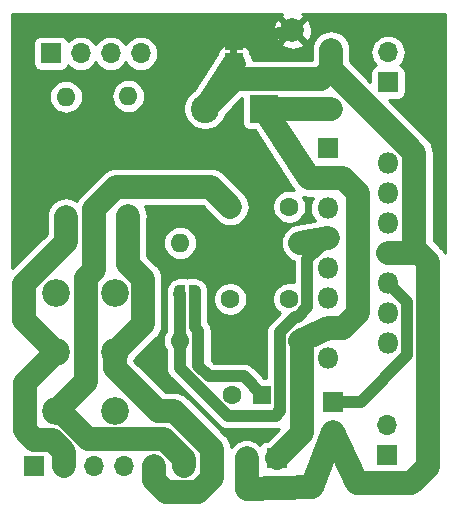
<source format=gbr>
G04 #@! TF.GenerationSoftware,KiCad,Pcbnew,5.1.4+dfsg1-1~bpo10+1*
G04 #@! TF.CreationDate,2020-12-25T00:52:37+00:00*
G04 #@! TF.ProjectId,Multi Watt Amplifier,4d756c74-6920-4576-9174-7420416d706c,rev?*
G04 #@! TF.SameCoordinates,Original*
G04 #@! TF.FileFunction,Copper,L1,Top*
G04 #@! TF.FilePolarity,Positive*
%FSLAX46Y46*%
G04 Gerber Fmt 4.6, Leading zero omitted, Abs format (unit mm)*
G04 Created by KiCad (PCBNEW 5.1.4+dfsg1-1~bpo10+1) date 2020-12-25 00:52:37*
%MOMM*%
%LPD*%
G04 APERTURE LIST*
%ADD10C,0.100000*%
%ADD11C,0.500000*%
%ADD12R,2.400000X2.400000*%
%ADD13C,2.400000*%
%ADD14C,1.600000*%
%ADD15R,1.600000X1.600000*%
%ADD16R,1.700000X1.700000*%
%ADD17O,1.700000X1.700000*%
%ADD18O,1.600000X1.600000*%
%ADD19C,2.340000*%
%ADD20R,1.800000X1.800000*%
%ADD21O,1.800000X1.800000*%
%ADD22C,2.000000*%
%ADD23C,2.000000*%
%ADD24C,1.000000*%
%ADD25C,0.254000*%
G04 APERTURE END LIST*
D10*
G36*
X161880000Y-83750000D02*
G01*
X161880000Y-83250000D01*
X161280000Y-83250000D01*
X161280000Y-83750000D01*
X161880000Y-83750000D01*
G37*
D11*
X158280000Y-104020000D03*
D10*
G36*
X157780000Y-103270000D02*
G01*
X158280000Y-103270000D01*
X158280000Y-103270602D01*
X158304534Y-103270602D01*
X158353365Y-103275412D01*
X158401490Y-103284984D01*
X158448445Y-103299228D01*
X158493778Y-103318005D01*
X158537051Y-103341136D01*
X158577850Y-103368396D01*
X158615779Y-103399524D01*
X158650476Y-103434221D01*
X158681604Y-103472150D01*
X158708864Y-103512949D01*
X158731995Y-103556222D01*
X158750772Y-103601555D01*
X158765016Y-103648510D01*
X158774588Y-103696635D01*
X158779398Y-103745466D01*
X158779398Y-103770000D01*
X158780000Y-103770000D01*
X158780000Y-104270000D01*
X158779398Y-104270000D01*
X158779398Y-104294534D01*
X158774588Y-104343365D01*
X158765016Y-104391490D01*
X158750772Y-104438445D01*
X158731995Y-104483778D01*
X158708864Y-104527051D01*
X158681604Y-104567850D01*
X158650476Y-104605779D01*
X158615779Y-104640476D01*
X158577850Y-104671604D01*
X158537051Y-104698864D01*
X158493778Y-104721995D01*
X158448445Y-104740772D01*
X158401490Y-104755016D01*
X158353365Y-104764588D01*
X158304534Y-104769398D01*
X158280000Y-104769398D01*
X158280000Y-104770000D01*
X157780000Y-104770000D01*
X157780000Y-103270000D01*
X157780000Y-103270000D01*
G37*
D11*
X156980000Y-104020000D03*
D10*
G36*
X156980000Y-104769398D02*
G01*
X156955466Y-104769398D01*
X156906635Y-104764588D01*
X156858510Y-104755016D01*
X156811555Y-104740772D01*
X156766222Y-104721995D01*
X156722949Y-104698864D01*
X156682150Y-104671604D01*
X156644221Y-104640476D01*
X156609524Y-104605779D01*
X156578396Y-104567850D01*
X156551136Y-104527051D01*
X156528005Y-104483778D01*
X156509228Y-104438445D01*
X156494984Y-104391490D01*
X156485412Y-104343365D01*
X156480602Y-104294534D01*
X156480602Y-104270000D01*
X156480000Y-104270000D01*
X156480000Y-103770000D01*
X156480602Y-103770000D01*
X156480602Y-103745466D01*
X156485412Y-103696635D01*
X156494984Y-103648510D01*
X156509228Y-103601555D01*
X156528005Y-103556222D01*
X156551136Y-103512949D01*
X156578396Y-103472150D01*
X156609524Y-103434221D01*
X156644221Y-103399524D01*
X156682150Y-103368396D01*
X156722949Y-103341136D01*
X156766222Y-103318005D01*
X156811555Y-103299228D01*
X156858510Y-103284984D01*
X156906635Y-103275412D01*
X156955466Y-103270602D01*
X156980000Y-103270602D01*
X156980000Y-103270000D01*
X157480000Y-103270000D01*
X157480000Y-104770000D01*
X156980000Y-104770000D01*
X156980000Y-104769398D01*
X156980000Y-104769398D01*
G37*
D12*
X164130000Y-88340000D03*
D13*
X159130000Y-88340000D03*
D14*
X166280000Y-96650000D03*
X161280000Y-96650000D03*
X161280000Y-104460000D03*
X166280000Y-104460000D03*
X169810000Y-83350000D03*
X169810000Y-88350000D03*
D15*
X163970000Y-112570000D03*
D14*
X161470000Y-112570000D03*
D16*
X146090000Y-83660000D03*
D17*
X148630000Y-83660000D03*
X151170000Y-83660000D03*
X153710000Y-83660000D03*
X162660000Y-117970000D03*
D16*
X165200000Y-117970000D03*
X144690000Y-118590000D03*
D17*
X147230000Y-118590000D03*
X149770000Y-118590000D03*
X152310000Y-118590000D03*
X154850000Y-118590000D03*
X157390000Y-118590000D03*
D16*
X170020000Y-113180000D03*
D17*
X170020000Y-115720000D03*
X174640000Y-83580000D03*
D16*
X174640000Y-86120000D03*
X174590000Y-117710000D03*
D17*
X174590000Y-115170000D03*
D18*
X152650000Y-87290000D03*
D14*
X152650000Y-97450000D03*
X147360000Y-97500000D03*
D18*
X147360000Y-87340000D03*
X157000000Y-107990000D03*
D14*
X167160000Y-107990000D03*
X167200000Y-99720000D03*
D18*
X157040000Y-99720000D03*
D19*
X146510000Y-113950000D03*
X146510000Y-108950000D03*
X146510000Y-103950000D03*
X151510000Y-113950000D03*
X151510000Y-108950000D03*
X151510000Y-103950000D03*
D20*
X169570000Y-91710000D03*
D21*
X174650000Y-92980000D03*
X169570000Y-94250000D03*
X174650000Y-95520000D03*
X169570000Y-96790000D03*
X174650000Y-98060000D03*
X169570000Y-99330000D03*
X174650000Y-100600000D03*
X169570000Y-101870000D03*
X174650000Y-103140000D03*
X169570000Y-104410000D03*
X174650000Y-105680000D03*
X169570000Y-106950000D03*
X174650000Y-108220000D03*
X169570000Y-109490000D03*
D11*
X161580000Y-82850000D03*
D10*
G36*
X160830000Y-83350000D02*
G01*
X160830000Y-82850000D01*
X160830602Y-82850000D01*
X160830602Y-82825466D01*
X160835412Y-82776635D01*
X160844984Y-82728510D01*
X160859228Y-82681555D01*
X160878005Y-82636222D01*
X160901136Y-82592949D01*
X160928396Y-82552150D01*
X160959524Y-82514221D01*
X160994221Y-82479524D01*
X161032150Y-82448396D01*
X161072949Y-82421136D01*
X161116222Y-82398005D01*
X161161555Y-82379228D01*
X161208510Y-82364984D01*
X161256635Y-82355412D01*
X161305466Y-82350602D01*
X161330000Y-82350602D01*
X161330000Y-82350000D01*
X161830000Y-82350000D01*
X161830000Y-82350602D01*
X161854534Y-82350602D01*
X161903365Y-82355412D01*
X161951490Y-82364984D01*
X161998445Y-82379228D01*
X162043778Y-82398005D01*
X162087051Y-82421136D01*
X162127850Y-82448396D01*
X162165779Y-82479524D01*
X162200476Y-82514221D01*
X162231604Y-82552150D01*
X162258864Y-82592949D01*
X162281995Y-82636222D01*
X162300772Y-82681555D01*
X162315016Y-82728510D01*
X162324588Y-82776635D01*
X162329398Y-82825466D01*
X162329398Y-82850000D01*
X162330000Y-82850000D01*
X162330000Y-83350000D01*
X160830000Y-83350000D01*
X160830000Y-83350000D01*
G37*
D11*
X161580000Y-84150000D03*
D10*
G36*
X162329398Y-84150000D02*
G01*
X162329398Y-84174534D01*
X162324588Y-84223365D01*
X162315016Y-84271490D01*
X162300772Y-84318445D01*
X162281995Y-84363778D01*
X162258864Y-84407051D01*
X162231604Y-84447850D01*
X162200476Y-84485779D01*
X162165779Y-84520476D01*
X162127850Y-84551604D01*
X162087051Y-84578864D01*
X162043778Y-84601995D01*
X161998445Y-84620772D01*
X161951490Y-84635016D01*
X161903365Y-84644588D01*
X161854534Y-84649398D01*
X161830000Y-84649398D01*
X161830000Y-84650000D01*
X161330000Y-84650000D01*
X161330000Y-84649398D01*
X161305466Y-84649398D01*
X161256635Y-84644588D01*
X161208510Y-84635016D01*
X161161555Y-84620772D01*
X161116222Y-84601995D01*
X161072949Y-84578864D01*
X161032150Y-84551604D01*
X160994221Y-84520476D01*
X160959524Y-84485779D01*
X160928396Y-84447850D01*
X160901136Y-84407051D01*
X160878005Y-84363778D01*
X160859228Y-84318445D01*
X160844984Y-84271490D01*
X160835412Y-84223365D01*
X160830602Y-84174534D01*
X160830602Y-84150000D01*
X160830000Y-84150000D01*
X160830000Y-83650000D01*
X162330000Y-83650000D01*
X162330000Y-84150000D01*
X162329398Y-84150000D01*
X162329398Y-84150000D01*
G37*
D22*
X166540000Y-81710000D03*
D23*
X170842792Y-94250000D02*
X169570000Y-94250000D01*
X172110000Y-95517208D02*
X170842792Y-94250000D01*
X172110000Y-105682792D02*
X172110000Y-95517208D01*
X169570000Y-106950000D02*
X170842792Y-106950000D01*
X170842792Y-106950000D02*
X172110000Y-105682792D01*
X164140000Y-88350000D02*
X164130000Y-88340000D01*
X169810000Y-88350000D02*
X164140000Y-88350000D01*
X167930000Y-94250000D02*
X164130000Y-88340000D01*
X169570000Y-94250000D02*
X167930000Y-94250000D01*
X167160000Y-107990000D02*
X169570000Y-106950000D01*
X167370000Y-108200000D02*
X167160000Y-107990000D01*
X165200000Y-117970000D02*
X167370000Y-115800000D01*
X167370000Y-115800000D02*
X167370000Y-108200000D01*
X174650000Y-100600000D02*
X175922792Y-100600000D01*
X177280000Y-100600000D02*
X175922792Y-100600000D01*
X160329999Y-87140001D02*
X159130000Y-88340000D01*
X169810000Y-85031998D02*
X169810000Y-83350000D01*
X159130000Y-88340000D02*
X161580000Y-84550010D01*
X162660000Y-117970000D02*
X162660000Y-120540000D01*
X168200000Y-120380000D02*
X170020000Y-115720000D01*
X162660000Y-120540000D02*
X168200000Y-120380000D01*
X161630000Y-85840000D02*
X159130000Y-88340000D01*
X169810000Y-85031998D02*
X169001998Y-85840000D01*
X169001998Y-85840000D02*
X161630000Y-85840000D01*
X172010000Y-120080000D02*
X170020000Y-115720000D01*
X176620000Y-120080000D02*
X172010000Y-120080000D01*
X178030000Y-118670000D02*
X176620000Y-120080000D01*
X177280000Y-100600000D02*
X178030000Y-101350000D01*
X178030000Y-101350000D02*
X178030000Y-118670000D01*
X176870000Y-92091998D02*
X169810000Y-85031998D01*
X177280000Y-100600000D02*
X176870000Y-100190000D01*
X176870000Y-100190000D02*
X176870000Y-92091998D01*
X149060000Y-111500000D02*
X146510000Y-113950000D01*
X161280000Y-96650000D02*
X159610000Y-94980000D01*
X159610000Y-94980000D02*
X151640000Y-94980000D01*
X151640000Y-94980000D02*
X149770000Y-96850000D01*
X149770000Y-96850000D02*
X149770000Y-102010000D01*
X149770000Y-102010000D02*
X149060000Y-102720000D01*
X149060000Y-102720000D02*
X149060000Y-111500000D01*
X146903364Y-113950000D02*
X146510000Y-113950000D01*
X149273365Y-116320001D02*
X146903364Y-113950000D01*
X155691284Y-116320001D02*
X149273365Y-116320001D01*
X157390000Y-118018717D02*
X155691284Y-116320001D01*
X157390000Y-118590000D02*
X157390000Y-118018717D01*
D24*
X159460000Y-111020000D02*
X162420000Y-111020000D01*
X158560000Y-110120000D02*
X159460000Y-111020000D01*
X158560000Y-107160000D02*
X158560000Y-110120000D01*
X162420000Y-111020000D02*
X163970000Y-112570000D01*
X158280000Y-104020000D02*
X158280000Y-106880000D01*
X158280000Y-106880000D02*
X158560000Y-107160000D01*
D23*
X144690000Y-116390000D02*
X146232081Y-116390000D01*
X146232081Y-116390000D02*
X147230000Y-117387919D01*
X143870000Y-115570000D02*
X144690000Y-116390000D01*
X147230000Y-117387919D02*
X147230000Y-118590000D01*
X146510000Y-108950000D02*
X143870000Y-111590000D01*
X143870000Y-111590000D02*
X143870000Y-115570000D01*
X143830000Y-106270000D02*
X145340001Y-107780001D01*
X143830000Y-103160000D02*
X143830000Y-106270000D01*
X145340001Y-107780001D02*
X146510000Y-108950000D01*
X147360000Y-97500000D02*
X147360000Y-99630000D01*
X147360000Y-99630000D02*
X143830000Y-103160000D01*
X153880001Y-106579999D02*
X152679999Y-107780001D01*
X153880001Y-102780001D02*
X153880001Y-106579999D01*
X152679999Y-107780001D02*
X151510000Y-108950000D01*
X152650000Y-97450000D02*
X152620000Y-97480000D01*
X152620000Y-101520000D02*
X153880001Y-102780001D01*
X152620000Y-97480000D02*
X152620000Y-101520000D01*
X154850000Y-119792081D02*
X154850000Y-118590000D01*
X155857919Y-120800000D02*
X154850000Y-119792081D01*
X158570000Y-120800000D02*
X155857919Y-120800000D01*
X151510000Y-110340000D02*
X155160000Y-113990000D01*
X159730000Y-119640000D02*
X158570000Y-120800000D01*
X151510000Y-108950000D02*
X151510000Y-110340000D01*
X155160000Y-113990000D02*
X156550000Y-113990000D01*
X156550000Y-113990000D02*
X159730000Y-117170000D01*
X159730000Y-117170000D02*
X159730000Y-119640000D01*
D24*
X176270000Y-104760000D02*
X174650000Y-103140000D01*
X176270000Y-109220000D02*
X176270000Y-104760000D01*
X170020000Y-113180000D02*
X172310000Y-113180000D01*
X172310000Y-113180000D02*
X176270000Y-109220000D01*
D23*
X167200000Y-99720000D02*
X169570000Y-99330000D01*
D24*
X157000000Y-104040000D02*
X156980000Y-104020000D01*
X157000000Y-107990000D02*
X157000000Y-104040000D01*
X167780001Y-101119999D02*
X168670001Y-100229999D01*
X167780001Y-105180001D02*
X167780001Y-101119999D01*
X166785823Y-105960001D02*
X167000001Y-105960001D01*
X165459991Y-107285833D02*
X166785823Y-105960001D01*
X165459991Y-108694167D02*
X165459991Y-107285833D01*
X167000001Y-105960001D02*
X167780001Y-105180001D01*
X165470001Y-108704177D02*
X165459991Y-108694167D01*
X168670001Y-100229999D02*
X169570000Y-99330000D01*
X165470001Y-113930001D02*
X165470001Y-108704177D01*
X157000000Y-110320002D02*
X161049998Y-114370000D01*
X157000000Y-107990000D02*
X157000000Y-110320002D01*
X161049998Y-114370000D02*
X165120000Y-114370000D01*
X165120000Y-114370000D02*
X165330001Y-114159999D01*
X165330001Y-114070001D02*
X165470001Y-113930001D01*
X165330001Y-114159999D02*
X165330001Y-114070001D01*
X161580000Y-82850000D02*
X166540000Y-81710000D01*
D25*
G36*
X165679956Y-80310186D02*
G01*
X165584192Y-80574587D01*
X166540000Y-81530395D01*
X167495808Y-80574587D01*
X167400044Y-80310186D01*
X167389384Y-80305000D01*
X179465000Y-80305000D01*
X179465000Y-100566281D01*
X179396031Y-100437248D01*
X179191714Y-100188286D01*
X179129314Y-100137076D01*
X178505000Y-99512762D01*
X178505000Y-92172320D01*
X178512911Y-92091998D01*
X178481343Y-91771481D01*
X178387852Y-91463283D01*
X178236031Y-91179246D01*
X178031714Y-90930284D01*
X177969319Y-90879078D01*
X174698313Y-87608072D01*
X175490000Y-87608072D01*
X175614482Y-87595812D01*
X175734180Y-87559502D01*
X175844494Y-87500537D01*
X175941185Y-87421185D01*
X176020537Y-87324494D01*
X176079502Y-87214180D01*
X176115812Y-87094482D01*
X176128072Y-86970000D01*
X176128072Y-85270000D01*
X176115812Y-85145518D01*
X176079502Y-85025820D01*
X176020537Y-84915506D01*
X175941185Y-84818815D01*
X175844494Y-84739463D01*
X175734180Y-84680498D01*
X175665313Y-84659607D01*
X175695134Y-84635134D01*
X175880706Y-84409014D01*
X176018599Y-84151034D01*
X176103513Y-83871111D01*
X176132185Y-83580000D01*
X176103513Y-83288889D01*
X176018599Y-83008966D01*
X175880706Y-82750986D01*
X175695134Y-82524866D01*
X175469014Y-82339294D01*
X175211034Y-82201401D01*
X174931111Y-82116487D01*
X174712950Y-82095000D01*
X174567050Y-82095000D01*
X174348889Y-82116487D01*
X174068966Y-82201401D01*
X173810986Y-82339294D01*
X173584866Y-82524866D01*
X173399294Y-82750986D01*
X173261401Y-83008966D01*
X173176487Y-83288889D01*
X173147815Y-83580000D01*
X173176487Y-83871111D01*
X173261401Y-84151034D01*
X173399294Y-84409014D01*
X173584866Y-84635134D01*
X173614687Y-84659607D01*
X173545820Y-84680498D01*
X173435506Y-84739463D01*
X173338815Y-84818815D01*
X173259463Y-84915506D01*
X173200498Y-85025820D01*
X173164188Y-85145518D01*
X173151928Y-85270000D01*
X173151928Y-86061688D01*
X171445000Y-84354760D01*
X171445000Y-83269678D01*
X171421343Y-83029484D01*
X171327852Y-82721285D01*
X171176031Y-82437248D01*
X170971714Y-82188286D01*
X170722752Y-81983969D01*
X170438715Y-81832148D01*
X170130516Y-81738657D01*
X169810000Y-81707089D01*
X169489485Y-81738657D01*
X169181286Y-81832148D01*
X168897249Y-81983969D01*
X168648287Y-82188286D01*
X168443970Y-82437248D01*
X168292149Y-82721285D01*
X168198658Y-83029484D01*
X168175000Y-83269678D01*
X168175000Y-84205000D01*
X163186269Y-84205000D01*
X163088133Y-83898327D01*
X162968072Y-83681684D01*
X162968072Y-83650000D01*
X162955812Y-83525518D01*
X162919502Y-83405820D01*
X162860537Y-83295506D01*
X162781185Y-83198815D01*
X162684494Y-83119463D01*
X162574180Y-83060498D01*
X162474060Y-83030127D01*
X162468762Y-83012125D01*
X162467731Y-83010153D01*
X162467087Y-83008020D01*
X162439012Y-82955219D01*
X162411345Y-82902297D01*
X162409951Y-82900563D01*
X162408905Y-82898596D01*
X162371117Y-82852263D01*
X162365610Y-82845413D01*
X165584192Y-82845413D01*
X165679956Y-83109814D01*
X165969571Y-83250704D01*
X166281108Y-83332384D01*
X166602595Y-83351718D01*
X166921675Y-83307961D01*
X167226088Y-83202795D01*
X167400044Y-83109814D01*
X167495808Y-82845413D01*
X166540000Y-81889605D01*
X165584192Y-82845413D01*
X162365610Y-82845413D01*
X162333690Y-82805714D01*
X162331985Y-82804283D01*
X162330577Y-82802557D01*
X162284527Y-82764461D01*
X162238754Y-82726053D01*
X162236802Y-82724980D01*
X162235087Y-82723561D01*
X162182539Y-82695149D01*
X162130153Y-82666349D01*
X162128029Y-82665675D01*
X162126072Y-82664617D01*
X162069050Y-82646966D01*
X162012024Y-82628876D01*
X162009808Y-82628627D01*
X162007684Y-82627970D01*
X161948257Y-82621724D01*
X161888866Y-82615062D01*
X161884596Y-82615032D01*
X161884433Y-82615015D01*
X161884270Y-82615030D01*
X161880000Y-82615000D01*
X161280000Y-82615000D01*
X161220495Y-82620834D01*
X161161013Y-82626248D01*
X161158882Y-82626875D01*
X161156661Y-82627093D01*
X161099379Y-82644388D01*
X161042125Y-82661238D01*
X161040153Y-82662269D01*
X161038020Y-82662913D01*
X160985219Y-82690988D01*
X160932297Y-82718655D01*
X160930563Y-82720049D01*
X160928596Y-82721095D01*
X160882263Y-82758883D01*
X160835714Y-82796310D01*
X160834283Y-82798015D01*
X160832557Y-82799423D01*
X160794461Y-82845473D01*
X160756053Y-82891246D01*
X160754980Y-82893198D01*
X160753561Y-82894913D01*
X160725149Y-82947461D01*
X160696349Y-82999847D01*
X160695675Y-83001971D01*
X160694617Y-83003928D01*
X160686566Y-83029937D01*
X160585820Y-83060498D01*
X160475506Y-83119463D01*
X160378815Y-83198815D01*
X160299463Y-83295506D01*
X160240498Y-83405820D01*
X160204188Y-83525518D01*
X160191928Y-83650000D01*
X160191928Y-83685579D01*
X158214215Y-86744972D01*
X157960256Y-86914662D01*
X157704662Y-87170256D01*
X157503844Y-87470801D01*
X157365518Y-87804750D01*
X157295000Y-88159268D01*
X157295000Y-88520732D01*
X157365518Y-88875250D01*
X157503844Y-89209199D01*
X157704662Y-89509744D01*
X157960256Y-89765338D01*
X158260801Y-89966156D01*
X158594750Y-90104482D01*
X158949268Y-90175000D01*
X159310732Y-90175000D01*
X159665250Y-90104482D01*
X159999199Y-89966156D01*
X160299744Y-89765338D01*
X160555338Y-89509744D01*
X160756156Y-89209199D01*
X160885639Y-88896600D01*
X161542914Y-88239325D01*
X161542916Y-88239322D01*
X162291928Y-87490311D01*
X162291928Y-89540000D01*
X162304188Y-89664482D01*
X162340498Y-89784180D01*
X162399463Y-89894494D01*
X162478815Y-89991185D01*
X162575506Y-90070537D01*
X162685820Y-90129502D01*
X162805518Y-90165812D01*
X162930000Y-90178072D01*
X163368032Y-90178072D01*
X166519115Y-95078836D01*
X166563969Y-95162752D01*
X166643040Y-95259100D01*
X166421335Y-95215000D01*
X166138665Y-95215000D01*
X165861426Y-95270147D01*
X165600273Y-95378320D01*
X165365241Y-95535363D01*
X165165363Y-95735241D01*
X165008320Y-95970273D01*
X164900147Y-96231426D01*
X164845000Y-96508665D01*
X164845000Y-96791335D01*
X164900147Y-97068574D01*
X165008320Y-97329727D01*
X165165363Y-97564759D01*
X165365241Y-97764637D01*
X165600273Y-97921680D01*
X165861426Y-98029853D01*
X166138665Y-98085000D01*
X166421335Y-98085000D01*
X166698574Y-98029853D01*
X166959727Y-97921680D01*
X167194759Y-97764637D01*
X167394637Y-97564759D01*
X167551680Y-97329727D01*
X167659853Y-97068574D01*
X167715000Y-96791335D01*
X167715000Y-96508665D01*
X167659853Y-96231426D01*
X167551680Y-95970273D01*
X167445766Y-95811761D01*
X167581134Y-95855444D01*
X167595575Y-95857124D01*
X167609484Y-95861343D01*
X167755388Y-95875713D01*
X167901044Y-95892656D01*
X167995886Y-95885000D01*
X168326971Y-95885000D01*
X168287519Y-95933073D01*
X168144983Y-96199739D01*
X168057210Y-96489087D01*
X168027573Y-96790000D01*
X168057210Y-97090913D01*
X168144983Y-97380261D01*
X168287519Y-97646927D01*
X168458968Y-97855839D01*
X166855264Y-98119740D01*
X166622099Y-98182084D01*
X166333170Y-98324378D01*
X166077554Y-98520304D01*
X165865072Y-98762334D01*
X165703891Y-99041168D01*
X165600205Y-99346087D01*
X165557998Y-99665377D01*
X165578892Y-99986764D01*
X165662084Y-100297901D01*
X165804378Y-100586830D01*
X166000304Y-100842446D01*
X166242334Y-101054928D01*
X166521168Y-101216109D01*
X166645002Y-101258218D01*
X166645002Y-103069491D01*
X166421335Y-103025000D01*
X166138665Y-103025000D01*
X165861426Y-103080147D01*
X165600273Y-103188320D01*
X165365241Y-103345363D01*
X165165363Y-103545241D01*
X165008320Y-103780273D01*
X164900147Y-104041426D01*
X164845000Y-104318665D01*
X164845000Y-104601335D01*
X164900147Y-104878574D01*
X165008320Y-105139727D01*
X165165363Y-105374759D01*
X165365241Y-105574637D01*
X165485620Y-105655072D01*
X164696851Y-106443842D01*
X164653543Y-106479384D01*
X164511708Y-106652210D01*
X164406315Y-106849386D01*
X164341414Y-107063334D01*
X164326539Y-107214365D01*
X164319500Y-107285833D01*
X164324991Y-107341584D01*
X164324991Y-108638416D01*
X164319500Y-108694167D01*
X164324991Y-108749918D01*
X164335002Y-108851562D01*
X164335002Y-111131928D01*
X164137060Y-111131928D01*
X163261996Y-110256865D01*
X163226449Y-110213551D01*
X163053623Y-110071716D01*
X162856447Y-109966324D01*
X162642499Y-109901423D01*
X162475752Y-109885000D01*
X162475751Y-109885000D01*
X162420000Y-109879509D01*
X162364249Y-109885000D01*
X159930132Y-109885000D01*
X159695000Y-109649869D01*
X159695000Y-107215752D01*
X159700491Y-107160000D01*
X159678577Y-106937501D01*
X159650367Y-106844506D01*
X159613676Y-106723553D01*
X159508284Y-106526377D01*
X159415000Y-106412710D01*
X159415000Y-104325751D01*
X159415664Y-104319009D01*
X159415664Y-104318665D01*
X159845000Y-104318665D01*
X159845000Y-104601335D01*
X159900147Y-104878574D01*
X160008320Y-105139727D01*
X160165363Y-105374759D01*
X160365241Y-105574637D01*
X160600273Y-105731680D01*
X160861426Y-105839853D01*
X161138665Y-105895000D01*
X161421335Y-105895000D01*
X161698574Y-105839853D01*
X161959727Y-105731680D01*
X162194759Y-105574637D01*
X162394637Y-105374759D01*
X162551680Y-105139727D01*
X162659853Y-104878574D01*
X162715000Y-104601335D01*
X162715000Y-104318665D01*
X162659853Y-104041426D01*
X162551680Y-103780273D01*
X162394637Y-103545241D01*
X162194759Y-103345363D01*
X161959727Y-103188320D01*
X161698574Y-103080147D01*
X161421335Y-103025000D01*
X161138665Y-103025000D01*
X160861426Y-103080147D01*
X160600273Y-103188320D01*
X160365241Y-103345363D01*
X160165363Y-103545241D01*
X160008320Y-103780273D01*
X159900147Y-104041426D01*
X159845000Y-104318665D01*
X159415664Y-104318665D01*
X159415664Y-104294450D01*
X159418072Y-104270000D01*
X159418072Y-103770000D01*
X159415664Y-103745550D01*
X159415664Y-103720991D01*
X159403404Y-103596510D01*
X159384282Y-103500377D01*
X159347973Y-103380681D01*
X159310464Y-103290125D01*
X159251498Y-103179808D01*
X159197042Y-103098309D01*
X159117690Y-103001618D01*
X159048382Y-102932310D01*
X158951691Y-102852958D01*
X158870192Y-102798502D01*
X158759875Y-102739536D01*
X158669319Y-102702027D01*
X158549623Y-102665718D01*
X158453490Y-102646596D01*
X158329009Y-102634336D01*
X158304450Y-102634336D01*
X158280000Y-102631928D01*
X157780000Y-102631928D01*
X157655518Y-102644188D01*
X157630000Y-102651929D01*
X157604482Y-102644188D01*
X157480000Y-102631928D01*
X156980000Y-102631928D01*
X156955550Y-102634336D01*
X156930991Y-102634336D01*
X156806510Y-102646596D01*
X156710377Y-102665718D01*
X156590681Y-102702027D01*
X156500125Y-102739536D01*
X156389808Y-102798502D01*
X156308309Y-102852958D01*
X156211618Y-102932310D01*
X156142310Y-103001618D01*
X156062958Y-103098309D01*
X156008502Y-103179808D01*
X155949536Y-103290125D01*
X155912027Y-103380681D01*
X155875718Y-103500377D01*
X155856596Y-103596510D01*
X155844336Y-103720991D01*
X155844336Y-103745550D01*
X155841928Y-103770000D01*
X155841928Y-103995439D01*
X155839509Y-104020000D01*
X155841928Y-104044561D01*
X155841928Y-104270000D01*
X155844336Y-104294450D01*
X155844336Y-104319009D01*
X155856596Y-104443490D01*
X155865001Y-104485744D01*
X155865000Y-107110997D01*
X155801068Y-107188899D01*
X155667818Y-107438192D01*
X155585764Y-107708691D01*
X155558057Y-107990000D01*
X155585764Y-108271309D01*
X155667818Y-108541808D01*
X155801068Y-108791101D01*
X155865000Y-108869003D01*
X155865001Y-110264241D01*
X155859509Y-110320002D01*
X155881423Y-110542500D01*
X155946324Y-110756448D01*
X155968268Y-110797502D01*
X156051717Y-110953625D01*
X156193552Y-111126451D01*
X156236860Y-111161993D01*
X160208007Y-115133141D01*
X160243549Y-115176449D01*
X160416375Y-115318284D01*
X160582816Y-115407248D01*
X160613551Y-115423676D01*
X160827499Y-115488577D01*
X161049997Y-115510491D01*
X161105749Y-115505000D01*
X165064249Y-115505000D01*
X165120000Y-115510491D01*
X165175751Y-115505000D01*
X165175752Y-115505000D01*
X165342499Y-115488577D01*
X165380804Y-115476957D01*
X164375834Y-116481928D01*
X164350000Y-116481928D01*
X164225518Y-116494188D01*
X164105820Y-116530498D01*
X163995506Y-116589463D01*
X163898815Y-116668815D01*
X163819463Y-116765506D01*
X163804255Y-116793958D01*
X163572751Y-116603969D01*
X163288714Y-116452148D01*
X162980515Y-116358657D01*
X162660000Y-116327089D01*
X162339484Y-116358657D01*
X162031285Y-116452148D01*
X161747248Y-116603969D01*
X161498286Y-116808286D01*
X161354537Y-116983446D01*
X161341343Y-116849484D01*
X161247852Y-116541285D01*
X161096031Y-116257248D01*
X160891714Y-116008286D01*
X160829320Y-115957081D01*
X157762925Y-112890687D01*
X157711714Y-112828286D01*
X157462752Y-112623969D01*
X157178715Y-112472148D01*
X156870516Y-112378657D01*
X156630322Y-112355000D01*
X156630319Y-112355000D01*
X156550000Y-112347089D01*
X156469681Y-112355000D01*
X155837240Y-112355000D01*
X153161605Y-109679367D01*
X153210206Y-109562032D01*
X153892914Y-108879325D01*
X153892918Y-108879320D01*
X154979319Y-107792920D01*
X155041715Y-107741713D01*
X155246032Y-107492751D01*
X155397853Y-107208714D01*
X155491344Y-106900515D01*
X155515001Y-106660321D01*
X155515001Y-106660319D01*
X155522912Y-106580000D01*
X155515001Y-106499680D01*
X155515001Y-102860331D01*
X155522913Y-102780001D01*
X155491344Y-102459484D01*
X155397853Y-102151286D01*
X155298832Y-101966031D01*
X155246032Y-101867249D01*
X155041715Y-101618287D01*
X154979326Y-101567086D01*
X154255000Y-100842761D01*
X154255000Y-99720000D01*
X155598057Y-99720000D01*
X155625764Y-100001309D01*
X155707818Y-100271808D01*
X155841068Y-100521101D01*
X156020392Y-100739608D01*
X156238899Y-100918932D01*
X156488192Y-101052182D01*
X156758691Y-101134236D01*
X156969508Y-101155000D01*
X157110492Y-101155000D01*
X157321309Y-101134236D01*
X157591808Y-101052182D01*
X157841101Y-100918932D01*
X158059608Y-100739608D01*
X158238932Y-100521101D01*
X158372182Y-100271808D01*
X158454236Y-100001309D01*
X158481943Y-99720000D01*
X158454236Y-99438691D01*
X158372182Y-99168192D01*
X158238932Y-98918899D01*
X158059608Y-98700392D01*
X157841101Y-98521068D01*
X157591808Y-98387818D01*
X157321309Y-98305764D01*
X157110492Y-98285000D01*
X156969508Y-98285000D01*
X156758691Y-98305764D01*
X156488192Y-98387818D01*
X156238899Y-98521068D01*
X156020392Y-98700392D01*
X155841068Y-98918899D01*
X155707818Y-99168192D01*
X155625764Y-99438691D01*
X155598057Y-99720000D01*
X154255000Y-99720000D01*
X154255000Y-97791423D01*
X154261342Y-97770516D01*
X154292911Y-97450001D01*
X154261342Y-97129484D01*
X154167851Y-96821286D01*
X154057589Y-96615000D01*
X158932761Y-96615000D01*
X160180676Y-97862916D01*
X160367247Y-98016030D01*
X160651285Y-98167852D01*
X160959483Y-98261343D01*
X161280000Y-98292911D01*
X161600516Y-98261343D01*
X161908715Y-98167852D01*
X162192752Y-98016030D01*
X162441713Y-97811713D01*
X162646030Y-97562752D01*
X162797852Y-97278715D01*
X162891343Y-96970516D01*
X162922911Y-96650000D01*
X162891343Y-96329483D01*
X162797852Y-96021285D01*
X162646030Y-95737247D01*
X162492916Y-95550676D01*
X160822924Y-93880686D01*
X160771714Y-93818286D01*
X160522752Y-93613969D01*
X160238715Y-93462148D01*
X159930516Y-93368657D01*
X159690322Y-93345000D01*
X159690319Y-93345000D01*
X159610000Y-93337089D01*
X159529681Y-93345000D01*
X151720319Y-93345000D01*
X151639999Y-93337089D01*
X151559680Y-93345000D01*
X151559678Y-93345000D01*
X151319484Y-93368657D01*
X151011285Y-93462148D01*
X150727248Y-93613969D01*
X150478286Y-93818286D01*
X150427079Y-93880682D01*
X148670687Y-95637075D01*
X148608286Y-95688286D01*
X148403969Y-95937249D01*
X148290871Y-96148840D01*
X148272751Y-96133969D01*
X147988714Y-95982148D01*
X147680515Y-95888657D01*
X147360000Y-95857089D01*
X147039484Y-95888657D01*
X146731285Y-95982148D01*
X146447248Y-96133969D01*
X146198286Y-96338286D01*
X145993969Y-96587249D01*
X145842148Y-96871286D01*
X145748657Y-97179485D01*
X145725000Y-97419679D01*
X145725001Y-98952760D01*
X142835000Y-101842762D01*
X142835000Y-87340000D01*
X145918057Y-87340000D01*
X145945764Y-87621309D01*
X146027818Y-87891808D01*
X146161068Y-88141101D01*
X146340392Y-88359608D01*
X146558899Y-88538932D01*
X146808192Y-88672182D01*
X147078691Y-88754236D01*
X147289508Y-88775000D01*
X147430492Y-88775000D01*
X147641309Y-88754236D01*
X147911808Y-88672182D01*
X148161101Y-88538932D01*
X148379608Y-88359608D01*
X148558932Y-88141101D01*
X148692182Y-87891808D01*
X148774236Y-87621309D01*
X148801943Y-87340000D01*
X148797019Y-87290000D01*
X151208057Y-87290000D01*
X151235764Y-87571309D01*
X151317818Y-87841808D01*
X151451068Y-88091101D01*
X151630392Y-88309608D01*
X151848899Y-88488932D01*
X152098192Y-88622182D01*
X152368691Y-88704236D01*
X152579508Y-88725000D01*
X152720492Y-88725000D01*
X152931309Y-88704236D01*
X153201808Y-88622182D01*
X153451101Y-88488932D01*
X153669608Y-88309608D01*
X153848932Y-88091101D01*
X153982182Y-87841808D01*
X154064236Y-87571309D01*
X154091943Y-87290000D01*
X154064236Y-87008691D01*
X153982182Y-86738192D01*
X153848932Y-86488899D01*
X153669608Y-86270392D01*
X153451101Y-86091068D01*
X153201808Y-85957818D01*
X152931309Y-85875764D01*
X152720492Y-85855000D01*
X152579508Y-85855000D01*
X152368691Y-85875764D01*
X152098192Y-85957818D01*
X151848899Y-86091068D01*
X151630392Y-86270392D01*
X151451068Y-86488899D01*
X151317818Y-86738192D01*
X151235764Y-87008691D01*
X151208057Y-87290000D01*
X148797019Y-87290000D01*
X148774236Y-87058691D01*
X148692182Y-86788192D01*
X148558932Y-86538899D01*
X148379608Y-86320392D01*
X148161101Y-86141068D01*
X147911808Y-86007818D01*
X147641309Y-85925764D01*
X147430492Y-85905000D01*
X147289508Y-85905000D01*
X147078691Y-85925764D01*
X146808192Y-86007818D01*
X146558899Y-86141068D01*
X146340392Y-86320392D01*
X146161068Y-86538899D01*
X146027818Y-86788192D01*
X145945764Y-87058691D01*
X145918057Y-87340000D01*
X142835000Y-87340000D01*
X142835000Y-82810000D01*
X144601928Y-82810000D01*
X144601928Y-84510000D01*
X144614188Y-84634482D01*
X144650498Y-84754180D01*
X144709463Y-84864494D01*
X144788815Y-84961185D01*
X144885506Y-85040537D01*
X144995820Y-85099502D01*
X145115518Y-85135812D01*
X145240000Y-85148072D01*
X146940000Y-85148072D01*
X147064482Y-85135812D01*
X147184180Y-85099502D01*
X147294494Y-85040537D01*
X147391185Y-84961185D01*
X147470537Y-84864494D01*
X147529502Y-84754180D01*
X147550393Y-84685313D01*
X147574866Y-84715134D01*
X147800986Y-84900706D01*
X148058966Y-85038599D01*
X148338889Y-85123513D01*
X148557050Y-85145000D01*
X148702950Y-85145000D01*
X148921111Y-85123513D01*
X149201034Y-85038599D01*
X149459014Y-84900706D01*
X149685134Y-84715134D01*
X149870706Y-84489014D01*
X149900000Y-84434209D01*
X149929294Y-84489014D01*
X150114866Y-84715134D01*
X150340986Y-84900706D01*
X150598966Y-85038599D01*
X150878889Y-85123513D01*
X151097050Y-85145000D01*
X151242950Y-85145000D01*
X151461111Y-85123513D01*
X151741034Y-85038599D01*
X151999014Y-84900706D01*
X152225134Y-84715134D01*
X152410706Y-84489014D01*
X152440000Y-84434209D01*
X152469294Y-84489014D01*
X152654866Y-84715134D01*
X152880986Y-84900706D01*
X153138966Y-85038599D01*
X153418889Y-85123513D01*
X153637050Y-85145000D01*
X153782950Y-85145000D01*
X154001111Y-85123513D01*
X154281034Y-85038599D01*
X154539014Y-84900706D01*
X154765134Y-84715134D01*
X154950706Y-84489014D01*
X155088599Y-84231034D01*
X155173513Y-83951111D01*
X155202185Y-83660000D01*
X155173513Y-83368889D01*
X155088599Y-83088966D01*
X154950706Y-82830986D01*
X154765134Y-82604866D01*
X154539014Y-82419294D01*
X154281034Y-82281401D01*
X154001111Y-82196487D01*
X153782950Y-82175000D01*
X153637050Y-82175000D01*
X153418889Y-82196487D01*
X153138966Y-82281401D01*
X152880986Y-82419294D01*
X152654866Y-82604866D01*
X152469294Y-82830986D01*
X152440000Y-82885791D01*
X152410706Y-82830986D01*
X152225134Y-82604866D01*
X151999014Y-82419294D01*
X151741034Y-82281401D01*
X151461111Y-82196487D01*
X151242950Y-82175000D01*
X151097050Y-82175000D01*
X150878889Y-82196487D01*
X150598966Y-82281401D01*
X150340986Y-82419294D01*
X150114866Y-82604866D01*
X149929294Y-82830986D01*
X149900000Y-82885791D01*
X149870706Y-82830986D01*
X149685134Y-82604866D01*
X149459014Y-82419294D01*
X149201034Y-82281401D01*
X148921111Y-82196487D01*
X148702950Y-82175000D01*
X148557050Y-82175000D01*
X148338889Y-82196487D01*
X148058966Y-82281401D01*
X147800986Y-82419294D01*
X147574866Y-82604866D01*
X147550393Y-82634687D01*
X147529502Y-82565820D01*
X147470537Y-82455506D01*
X147391185Y-82358815D01*
X147294494Y-82279463D01*
X147184180Y-82220498D01*
X147064482Y-82184188D01*
X146940000Y-82171928D01*
X145240000Y-82171928D01*
X145115518Y-82184188D01*
X144995820Y-82220498D01*
X144885506Y-82279463D01*
X144788815Y-82358815D01*
X144709463Y-82455506D01*
X144650498Y-82565820D01*
X144614188Y-82685518D01*
X144601928Y-82810000D01*
X142835000Y-82810000D01*
X142835000Y-81772595D01*
X164898282Y-81772595D01*
X164942039Y-82091675D01*
X165047205Y-82396088D01*
X165140186Y-82570044D01*
X165404587Y-82665808D01*
X166360395Y-81710000D01*
X166719605Y-81710000D01*
X167675413Y-82665808D01*
X167939814Y-82570044D01*
X168080704Y-82280429D01*
X168162384Y-81968892D01*
X168181718Y-81647405D01*
X168137961Y-81328325D01*
X168032795Y-81023912D01*
X167939814Y-80849956D01*
X167675413Y-80754192D01*
X166719605Y-81710000D01*
X166360395Y-81710000D01*
X165404587Y-80754192D01*
X165140186Y-80849956D01*
X164999296Y-81139571D01*
X164917616Y-81451108D01*
X164898282Y-81772595D01*
X142835000Y-81772595D01*
X142835000Y-80305000D01*
X165689658Y-80305000D01*
X165679956Y-80310186D01*
X165679956Y-80310186D01*
G37*
X165679956Y-80310186D02*
X165584192Y-80574587D01*
X166540000Y-81530395D01*
X167495808Y-80574587D01*
X167400044Y-80310186D01*
X167389384Y-80305000D01*
X179465000Y-80305000D01*
X179465000Y-100566281D01*
X179396031Y-100437248D01*
X179191714Y-100188286D01*
X179129314Y-100137076D01*
X178505000Y-99512762D01*
X178505000Y-92172320D01*
X178512911Y-92091998D01*
X178481343Y-91771481D01*
X178387852Y-91463283D01*
X178236031Y-91179246D01*
X178031714Y-90930284D01*
X177969319Y-90879078D01*
X174698313Y-87608072D01*
X175490000Y-87608072D01*
X175614482Y-87595812D01*
X175734180Y-87559502D01*
X175844494Y-87500537D01*
X175941185Y-87421185D01*
X176020537Y-87324494D01*
X176079502Y-87214180D01*
X176115812Y-87094482D01*
X176128072Y-86970000D01*
X176128072Y-85270000D01*
X176115812Y-85145518D01*
X176079502Y-85025820D01*
X176020537Y-84915506D01*
X175941185Y-84818815D01*
X175844494Y-84739463D01*
X175734180Y-84680498D01*
X175665313Y-84659607D01*
X175695134Y-84635134D01*
X175880706Y-84409014D01*
X176018599Y-84151034D01*
X176103513Y-83871111D01*
X176132185Y-83580000D01*
X176103513Y-83288889D01*
X176018599Y-83008966D01*
X175880706Y-82750986D01*
X175695134Y-82524866D01*
X175469014Y-82339294D01*
X175211034Y-82201401D01*
X174931111Y-82116487D01*
X174712950Y-82095000D01*
X174567050Y-82095000D01*
X174348889Y-82116487D01*
X174068966Y-82201401D01*
X173810986Y-82339294D01*
X173584866Y-82524866D01*
X173399294Y-82750986D01*
X173261401Y-83008966D01*
X173176487Y-83288889D01*
X173147815Y-83580000D01*
X173176487Y-83871111D01*
X173261401Y-84151034D01*
X173399294Y-84409014D01*
X173584866Y-84635134D01*
X173614687Y-84659607D01*
X173545820Y-84680498D01*
X173435506Y-84739463D01*
X173338815Y-84818815D01*
X173259463Y-84915506D01*
X173200498Y-85025820D01*
X173164188Y-85145518D01*
X173151928Y-85270000D01*
X173151928Y-86061688D01*
X171445000Y-84354760D01*
X171445000Y-83269678D01*
X171421343Y-83029484D01*
X171327852Y-82721285D01*
X171176031Y-82437248D01*
X170971714Y-82188286D01*
X170722752Y-81983969D01*
X170438715Y-81832148D01*
X170130516Y-81738657D01*
X169810000Y-81707089D01*
X169489485Y-81738657D01*
X169181286Y-81832148D01*
X168897249Y-81983969D01*
X168648287Y-82188286D01*
X168443970Y-82437248D01*
X168292149Y-82721285D01*
X168198658Y-83029484D01*
X168175000Y-83269678D01*
X168175000Y-84205000D01*
X163186269Y-84205000D01*
X163088133Y-83898327D01*
X162968072Y-83681684D01*
X162968072Y-83650000D01*
X162955812Y-83525518D01*
X162919502Y-83405820D01*
X162860537Y-83295506D01*
X162781185Y-83198815D01*
X162684494Y-83119463D01*
X162574180Y-83060498D01*
X162474060Y-83030127D01*
X162468762Y-83012125D01*
X162467731Y-83010153D01*
X162467087Y-83008020D01*
X162439012Y-82955219D01*
X162411345Y-82902297D01*
X162409951Y-82900563D01*
X162408905Y-82898596D01*
X162371117Y-82852263D01*
X162365610Y-82845413D01*
X165584192Y-82845413D01*
X165679956Y-83109814D01*
X165969571Y-83250704D01*
X166281108Y-83332384D01*
X166602595Y-83351718D01*
X166921675Y-83307961D01*
X167226088Y-83202795D01*
X167400044Y-83109814D01*
X167495808Y-82845413D01*
X166540000Y-81889605D01*
X165584192Y-82845413D01*
X162365610Y-82845413D01*
X162333690Y-82805714D01*
X162331985Y-82804283D01*
X162330577Y-82802557D01*
X162284527Y-82764461D01*
X162238754Y-82726053D01*
X162236802Y-82724980D01*
X162235087Y-82723561D01*
X162182539Y-82695149D01*
X162130153Y-82666349D01*
X162128029Y-82665675D01*
X162126072Y-82664617D01*
X162069050Y-82646966D01*
X162012024Y-82628876D01*
X162009808Y-82628627D01*
X162007684Y-82627970D01*
X161948257Y-82621724D01*
X161888866Y-82615062D01*
X161884596Y-82615032D01*
X161884433Y-82615015D01*
X161884270Y-82615030D01*
X161880000Y-82615000D01*
X161280000Y-82615000D01*
X161220495Y-82620834D01*
X161161013Y-82626248D01*
X161158882Y-82626875D01*
X161156661Y-82627093D01*
X161099379Y-82644388D01*
X161042125Y-82661238D01*
X161040153Y-82662269D01*
X161038020Y-82662913D01*
X160985219Y-82690988D01*
X160932297Y-82718655D01*
X160930563Y-82720049D01*
X160928596Y-82721095D01*
X160882263Y-82758883D01*
X160835714Y-82796310D01*
X160834283Y-82798015D01*
X160832557Y-82799423D01*
X160794461Y-82845473D01*
X160756053Y-82891246D01*
X160754980Y-82893198D01*
X160753561Y-82894913D01*
X160725149Y-82947461D01*
X160696349Y-82999847D01*
X160695675Y-83001971D01*
X160694617Y-83003928D01*
X160686566Y-83029937D01*
X160585820Y-83060498D01*
X160475506Y-83119463D01*
X160378815Y-83198815D01*
X160299463Y-83295506D01*
X160240498Y-83405820D01*
X160204188Y-83525518D01*
X160191928Y-83650000D01*
X160191928Y-83685579D01*
X158214215Y-86744972D01*
X157960256Y-86914662D01*
X157704662Y-87170256D01*
X157503844Y-87470801D01*
X157365518Y-87804750D01*
X157295000Y-88159268D01*
X157295000Y-88520732D01*
X157365518Y-88875250D01*
X157503844Y-89209199D01*
X157704662Y-89509744D01*
X157960256Y-89765338D01*
X158260801Y-89966156D01*
X158594750Y-90104482D01*
X158949268Y-90175000D01*
X159310732Y-90175000D01*
X159665250Y-90104482D01*
X159999199Y-89966156D01*
X160299744Y-89765338D01*
X160555338Y-89509744D01*
X160756156Y-89209199D01*
X160885639Y-88896600D01*
X161542914Y-88239325D01*
X161542916Y-88239322D01*
X162291928Y-87490311D01*
X162291928Y-89540000D01*
X162304188Y-89664482D01*
X162340498Y-89784180D01*
X162399463Y-89894494D01*
X162478815Y-89991185D01*
X162575506Y-90070537D01*
X162685820Y-90129502D01*
X162805518Y-90165812D01*
X162930000Y-90178072D01*
X163368032Y-90178072D01*
X166519115Y-95078836D01*
X166563969Y-95162752D01*
X166643040Y-95259100D01*
X166421335Y-95215000D01*
X166138665Y-95215000D01*
X165861426Y-95270147D01*
X165600273Y-95378320D01*
X165365241Y-95535363D01*
X165165363Y-95735241D01*
X165008320Y-95970273D01*
X164900147Y-96231426D01*
X164845000Y-96508665D01*
X164845000Y-96791335D01*
X164900147Y-97068574D01*
X165008320Y-97329727D01*
X165165363Y-97564759D01*
X165365241Y-97764637D01*
X165600273Y-97921680D01*
X165861426Y-98029853D01*
X166138665Y-98085000D01*
X166421335Y-98085000D01*
X166698574Y-98029853D01*
X166959727Y-97921680D01*
X167194759Y-97764637D01*
X167394637Y-97564759D01*
X167551680Y-97329727D01*
X167659853Y-97068574D01*
X167715000Y-96791335D01*
X167715000Y-96508665D01*
X167659853Y-96231426D01*
X167551680Y-95970273D01*
X167445766Y-95811761D01*
X167581134Y-95855444D01*
X167595575Y-95857124D01*
X167609484Y-95861343D01*
X167755388Y-95875713D01*
X167901044Y-95892656D01*
X167995886Y-95885000D01*
X168326971Y-95885000D01*
X168287519Y-95933073D01*
X168144983Y-96199739D01*
X168057210Y-96489087D01*
X168027573Y-96790000D01*
X168057210Y-97090913D01*
X168144983Y-97380261D01*
X168287519Y-97646927D01*
X168458968Y-97855839D01*
X166855264Y-98119740D01*
X166622099Y-98182084D01*
X166333170Y-98324378D01*
X166077554Y-98520304D01*
X165865072Y-98762334D01*
X165703891Y-99041168D01*
X165600205Y-99346087D01*
X165557998Y-99665377D01*
X165578892Y-99986764D01*
X165662084Y-100297901D01*
X165804378Y-100586830D01*
X166000304Y-100842446D01*
X166242334Y-101054928D01*
X166521168Y-101216109D01*
X166645002Y-101258218D01*
X166645002Y-103069491D01*
X166421335Y-103025000D01*
X166138665Y-103025000D01*
X165861426Y-103080147D01*
X165600273Y-103188320D01*
X165365241Y-103345363D01*
X165165363Y-103545241D01*
X165008320Y-103780273D01*
X164900147Y-104041426D01*
X164845000Y-104318665D01*
X164845000Y-104601335D01*
X164900147Y-104878574D01*
X165008320Y-105139727D01*
X165165363Y-105374759D01*
X165365241Y-105574637D01*
X165485620Y-105655072D01*
X164696851Y-106443842D01*
X164653543Y-106479384D01*
X164511708Y-106652210D01*
X164406315Y-106849386D01*
X164341414Y-107063334D01*
X164326539Y-107214365D01*
X164319500Y-107285833D01*
X164324991Y-107341584D01*
X164324991Y-108638416D01*
X164319500Y-108694167D01*
X164324991Y-108749918D01*
X164335002Y-108851562D01*
X164335002Y-111131928D01*
X164137060Y-111131928D01*
X163261996Y-110256865D01*
X163226449Y-110213551D01*
X163053623Y-110071716D01*
X162856447Y-109966324D01*
X162642499Y-109901423D01*
X162475752Y-109885000D01*
X162475751Y-109885000D01*
X162420000Y-109879509D01*
X162364249Y-109885000D01*
X159930132Y-109885000D01*
X159695000Y-109649869D01*
X159695000Y-107215752D01*
X159700491Y-107160000D01*
X159678577Y-106937501D01*
X159650367Y-106844506D01*
X159613676Y-106723553D01*
X159508284Y-106526377D01*
X159415000Y-106412710D01*
X159415000Y-104325751D01*
X159415664Y-104319009D01*
X159415664Y-104318665D01*
X159845000Y-104318665D01*
X159845000Y-104601335D01*
X159900147Y-104878574D01*
X160008320Y-105139727D01*
X160165363Y-105374759D01*
X160365241Y-105574637D01*
X160600273Y-105731680D01*
X160861426Y-105839853D01*
X161138665Y-105895000D01*
X161421335Y-105895000D01*
X161698574Y-105839853D01*
X161959727Y-105731680D01*
X162194759Y-105574637D01*
X162394637Y-105374759D01*
X162551680Y-105139727D01*
X162659853Y-104878574D01*
X162715000Y-104601335D01*
X162715000Y-104318665D01*
X162659853Y-104041426D01*
X162551680Y-103780273D01*
X162394637Y-103545241D01*
X162194759Y-103345363D01*
X161959727Y-103188320D01*
X161698574Y-103080147D01*
X161421335Y-103025000D01*
X161138665Y-103025000D01*
X160861426Y-103080147D01*
X160600273Y-103188320D01*
X160365241Y-103345363D01*
X160165363Y-103545241D01*
X160008320Y-103780273D01*
X159900147Y-104041426D01*
X159845000Y-104318665D01*
X159415664Y-104318665D01*
X159415664Y-104294450D01*
X159418072Y-104270000D01*
X159418072Y-103770000D01*
X159415664Y-103745550D01*
X159415664Y-103720991D01*
X159403404Y-103596510D01*
X159384282Y-103500377D01*
X159347973Y-103380681D01*
X159310464Y-103290125D01*
X159251498Y-103179808D01*
X159197042Y-103098309D01*
X159117690Y-103001618D01*
X159048382Y-102932310D01*
X158951691Y-102852958D01*
X158870192Y-102798502D01*
X158759875Y-102739536D01*
X158669319Y-102702027D01*
X158549623Y-102665718D01*
X158453490Y-102646596D01*
X158329009Y-102634336D01*
X158304450Y-102634336D01*
X158280000Y-102631928D01*
X157780000Y-102631928D01*
X157655518Y-102644188D01*
X157630000Y-102651929D01*
X157604482Y-102644188D01*
X157480000Y-102631928D01*
X156980000Y-102631928D01*
X156955550Y-102634336D01*
X156930991Y-102634336D01*
X156806510Y-102646596D01*
X156710377Y-102665718D01*
X156590681Y-102702027D01*
X156500125Y-102739536D01*
X156389808Y-102798502D01*
X156308309Y-102852958D01*
X156211618Y-102932310D01*
X156142310Y-103001618D01*
X156062958Y-103098309D01*
X156008502Y-103179808D01*
X155949536Y-103290125D01*
X155912027Y-103380681D01*
X155875718Y-103500377D01*
X155856596Y-103596510D01*
X155844336Y-103720991D01*
X155844336Y-103745550D01*
X155841928Y-103770000D01*
X155841928Y-103995439D01*
X155839509Y-104020000D01*
X155841928Y-104044561D01*
X155841928Y-104270000D01*
X155844336Y-104294450D01*
X155844336Y-104319009D01*
X155856596Y-104443490D01*
X155865001Y-104485744D01*
X155865000Y-107110997D01*
X155801068Y-107188899D01*
X155667818Y-107438192D01*
X155585764Y-107708691D01*
X155558057Y-107990000D01*
X155585764Y-108271309D01*
X155667818Y-108541808D01*
X155801068Y-108791101D01*
X155865000Y-108869003D01*
X155865001Y-110264241D01*
X155859509Y-110320002D01*
X155881423Y-110542500D01*
X155946324Y-110756448D01*
X155968268Y-110797502D01*
X156051717Y-110953625D01*
X156193552Y-111126451D01*
X156236860Y-111161993D01*
X160208007Y-115133141D01*
X160243549Y-115176449D01*
X160416375Y-115318284D01*
X160582816Y-115407248D01*
X160613551Y-115423676D01*
X160827499Y-115488577D01*
X161049997Y-115510491D01*
X161105749Y-115505000D01*
X165064249Y-115505000D01*
X165120000Y-115510491D01*
X165175751Y-115505000D01*
X165175752Y-115505000D01*
X165342499Y-115488577D01*
X165380804Y-115476957D01*
X164375834Y-116481928D01*
X164350000Y-116481928D01*
X164225518Y-116494188D01*
X164105820Y-116530498D01*
X163995506Y-116589463D01*
X163898815Y-116668815D01*
X163819463Y-116765506D01*
X163804255Y-116793958D01*
X163572751Y-116603969D01*
X163288714Y-116452148D01*
X162980515Y-116358657D01*
X162660000Y-116327089D01*
X162339484Y-116358657D01*
X162031285Y-116452148D01*
X161747248Y-116603969D01*
X161498286Y-116808286D01*
X161354537Y-116983446D01*
X161341343Y-116849484D01*
X161247852Y-116541285D01*
X161096031Y-116257248D01*
X160891714Y-116008286D01*
X160829320Y-115957081D01*
X157762925Y-112890687D01*
X157711714Y-112828286D01*
X157462752Y-112623969D01*
X157178715Y-112472148D01*
X156870516Y-112378657D01*
X156630322Y-112355000D01*
X156630319Y-112355000D01*
X156550000Y-112347089D01*
X156469681Y-112355000D01*
X155837240Y-112355000D01*
X153161605Y-109679367D01*
X153210206Y-109562032D01*
X153892914Y-108879325D01*
X153892918Y-108879320D01*
X154979319Y-107792920D01*
X155041715Y-107741713D01*
X155246032Y-107492751D01*
X155397853Y-107208714D01*
X155491344Y-106900515D01*
X155515001Y-106660321D01*
X155515001Y-106660319D01*
X155522912Y-106580000D01*
X155515001Y-106499680D01*
X155515001Y-102860331D01*
X155522913Y-102780001D01*
X155491344Y-102459484D01*
X155397853Y-102151286D01*
X155298832Y-101966031D01*
X155246032Y-101867249D01*
X155041715Y-101618287D01*
X154979326Y-101567086D01*
X154255000Y-100842761D01*
X154255000Y-99720000D01*
X155598057Y-99720000D01*
X155625764Y-100001309D01*
X155707818Y-100271808D01*
X155841068Y-100521101D01*
X156020392Y-100739608D01*
X156238899Y-100918932D01*
X156488192Y-101052182D01*
X156758691Y-101134236D01*
X156969508Y-101155000D01*
X157110492Y-101155000D01*
X157321309Y-101134236D01*
X157591808Y-101052182D01*
X157841101Y-100918932D01*
X158059608Y-100739608D01*
X158238932Y-100521101D01*
X158372182Y-100271808D01*
X158454236Y-100001309D01*
X158481943Y-99720000D01*
X158454236Y-99438691D01*
X158372182Y-99168192D01*
X158238932Y-98918899D01*
X158059608Y-98700392D01*
X157841101Y-98521068D01*
X157591808Y-98387818D01*
X157321309Y-98305764D01*
X157110492Y-98285000D01*
X156969508Y-98285000D01*
X156758691Y-98305764D01*
X156488192Y-98387818D01*
X156238899Y-98521068D01*
X156020392Y-98700392D01*
X155841068Y-98918899D01*
X155707818Y-99168192D01*
X155625764Y-99438691D01*
X155598057Y-99720000D01*
X154255000Y-99720000D01*
X154255000Y-97791423D01*
X154261342Y-97770516D01*
X154292911Y-97450001D01*
X154261342Y-97129484D01*
X154167851Y-96821286D01*
X154057589Y-96615000D01*
X158932761Y-96615000D01*
X160180676Y-97862916D01*
X160367247Y-98016030D01*
X160651285Y-98167852D01*
X160959483Y-98261343D01*
X161280000Y-98292911D01*
X161600516Y-98261343D01*
X161908715Y-98167852D01*
X162192752Y-98016030D01*
X162441713Y-97811713D01*
X162646030Y-97562752D01*
X162797852Y-97278715D01*
X162891343Y-96970516D01*
X162922911Y-96650000D01*
X162891343Y-96329483D01*
X162797852Y-96021285D01*
X162646030Y-95737247D01*
X162492916Y-95550676D01*
X160822924Y-93880686D01*
X160771714Y-93818286D01*
X160522752Y-93613969D01*
X160238715Y-93462148D01*
X159930516Y-93368657D01*
X159690322Y-93345000D01*
X159690319Y-93345000D01*
X159610000Y-93337089D01*
X159529681Y-93345000D01*
X151720319Y-93345000D01*
X151639999Y-93337089D01*
X151559680Y-93345000D01*
X151559678Y-93345000D01*
X151319484Y-93368657D01*
X151011285Y-93462148D01*
X150727248Y-93613969D01*
X150478286Y-93818286D01*
X150427079Y-93880682D01*
X148670687Y-95637075D01*
X148608286Y-95688286D01*
X148403969Y-95937249D01*
X148290871Y-96148840D01*
X148272751Y-96133969D01*
X147988714Y-95982148D01*
X147680515Y-95888657D01*
X147360000Y-95857089D01*
X147039484Y-95888657D01*
X146731285Y-95982148D01*
X146447248Y-96133969D01*
X146198286Y-96338286D01*
X145993969Y-96587249D01*
X145842148Y-96871286D01*
X145748657Y-97179485D01*
X145725000Y-97419679D01*
X145725001Y-98952760D01*
X142835000Y-101842762D01*
X142835000Y-87340000D01*
X145918057Y-87340000D01*
X145945764Y-87621309D01*
X146027818Y-87891808D01*
X146161068Y-88141101D01*
X146340392Y-88359608D01*
X146558899Y-88538932D01*
X146808192Y-88672182D01*
X147078691Y-88754236D01*
X147289508Y-88775000D01*
X147430492Y-88775000D01*
X147641309Y-88754236D01*
X147911808Y-88672182D01*
X148161101Y-88538932D01*
X148379608Y-88359608D01*
X148558932Y-88141101D01*
X148692182Y-87891808D01*
X148774236Y-87621309D01*
X148801943Y-87340000D01*
X148797019Y-87290000D01*
X151208057Y-87290000D01*
X151235764Y-87571309D01*
X151317818Y-87841808D01*
X151451068Y-88091101D01*
X151630392Y-88309608D01*
X151848899Y-88488932D01*
X152098192Y-88622182D01*
X152368691Y-88704236D01*
X152579508Y-88725000D01*
X152720492Y-88725000D01*
X152931309Y-88704236D01*
X153201808Y-88622182D01*
X153451101Y-88488932D01*
X153669608Y-88309608D01*
X153848932Y-88091101D01*
X153982182Y-87841808D01*
X154064236Y-87571309D01*
X154091943Y-87290000D01*
X154064236Y-87008691D01*
X153982182Y-86738192D01*
X153848932Y-86488899D01*
X153669608Y-86270392D01*
X153451101Y-86091068D01*
X153201808Y-85957818D01*
X152931309Y-85875764D01*
X152720492Y-85855000D01*
X152579508Y-85855000D01*
X152368691Y-85875764D01*
X152098192Y-85957818D01*
X151848899Y-86091068D01*
X151630392Y-86270392D01*
X151451068Y-86488899D01*
X151317818Y-86738192D01*
X151235764Y-87008691D01*
X151208057Y-87290000D01*
X148797019Y-87290000D01*
X148774236Y-87058691D01*
X148692182Y-86788192D01*
X148558932Y-86538899D01*
X148379608Y-86320392D01*
X148161101Y-86141068D01*
X147911808Y-86007818D01*
X147641309Y-85925764D01*
X147430492Y-85905000D01*
X147289508Y-85905000D01*
X147078691Y-85925764D01*
X146808192Y-86007818D01*
X146558899Y-86141068D01*
X146340392Y-86320392D01*
X146161068Y-86538899D01*
X146027818Y-86788192D01*
X145945764Y-87058691D01*
X145918057Y-87340000D01*
X142835000Y-87340000D01*
X142835000Y-82810000D01*
X144601928Y-82810000D01*
X144601928Y-84510000D01*
X144614188Y-84634482D01*
X144650498Y-84754180D01*
X144709463Y-84864494D01*
X144788815Y-84961185D01*
X144885506Y-85040537D01*
X144995820Y-85099502D01*
X145115518Y-85135812D01*
X145240000Y-85148072D01*
X146940000Y-85148072D01*
X147064482Y-85135812D01*
X147184180Y-85099502D01*
X147294494Y-85040537D01*
X147391185Y-84961185D01*
X147470537Y-84864494D01*
X147529502Y-84754180D01*
X147550393Y-84685313D01*
X147574866Y-84715134D01*
X147800986Y-84900706D01*
X148058966Y-85038599D01*
X148338889Y-85123513D01*
X148557050Y-85145000D01*
X148702950Y-85145000D01*
X148921111Y-85123513D01*
X149201034Y-85038599D01*
X149459014Y-84900706D01*
X149685134Y-84715134D01*
X149870706Y-84489014D01*
X149900000Y-84434209D01*
X149929294Y-84489014D01*
X150114866Y-84715134D01*
X150340986Y-84900706D01*
X150598966Y-85038599D01*
X150878889Y-85123513D01*
X151097050Y-85145000D01*
X151242950Y-85145000D01*
X151461111Y-85123513D01*
X151741034Y-85038599D01*
X151999014Y-84900706D01*
X152225134Y-84715134D01*
X152410706Y-84489014D01*
X152440000Y-84434209D01*
X152469294Y-84489014D01*
X152654866Y-84715134D01*
X152880986Y-84900706D01*
X153138966Y-85038599D01*
X153418889Y-85123513D01*
X153637050Y-85145000D01*
X153782950Y-85145000D01*
X154001111Y-85123513D01*
X154281034Y-85038599D01*
X154539014Y-84900706D01*
X154765134Y-84715134D01*
X154950706Y-84489014D01*
X155088599Y-84231034D01*
X155173513Y-83951111D01*
X155202185Y-83660000D01*
X155173513Y-83368889D01*
X155088599Y-83088966D01*
X154950706Y-82830986D01*
X154765134Y-82604866D01*
X154539014Y-82419294D01*
X154281034Y-82281401D01*
X154001111Y-82196487D01*
X153782950Y-82175000D01*
X153637050Y-82175000D01*
X153418889Y-82196487D01*
X153138966Y-82281401D01*
X152880986Y-82419294D01*
X152654866Y-82604866D01*
X152469294Y-82830986D01*
X152440000Y-82885791D01*
X152410706Y-82830986D01*
X152225134Y-82604866D01*
X151999014Y-82419294D01*
X151741034Y-82281401D01*
X151461111Y-82196487D01*
X151242950Y-82175000D01*
X151097050Y-82175000D01*
X150878889Y-82196487D01*
X150598966Y-82281401D01*
X150340986Y-82419294D01*
X150114866Y-82604866D01*
X149929294Y-82830986D01*
X149900000Y-82885791D01*
X149870706Y-82830986D01*
X149685134Y-82604866D01*
X149459014Y-82419294D01*
X149201034Y-82281401D01*
X148921111Y-82196487D01*
X148702950Y-82175000D01*
X148557050Y-82175000D01*
X148338889Y-82196487D01*
X148058966Y-82281401D01*
X147800986Y-82419294D01*
X147574866Y-82604866D01*
X147550393Y-82634687D01*
X147529502Y-82565820D01*
X147470537Y-82455506D01*
X147391185Y-82358815D01*
X147294494Y-82279463D01*
X147184180Y-82220498D01*
X147064482Y-82184188D01*
X146940000Y-82171928D01*
X145240000Y-82171928D01*
X145115518Y-82184188D01*
X144995820Y-82220498D01*
X144885506Y-82279463D01*
X144788815Y-82358815D01*
X144709463Y-82455506D01*
X144650498Y-82565820D01*
X144614188Y-82685518D01*
X144601928Y-82810000D01*
X142835000Y-82810000D01*
X142835000Y-81772595D01*
X164898282Y-81772595D01*
X164942039Y-82091675D01*
X165047205Y-82396088D01*
X165140186Y-82570044D01*
X165404587Y-82665808D01*
X166360395Y-81710000D01*
X166719605Y-81710000D01*
X167675413Y-82665808D01*
X167939814Y-82570044D01*
X168080704Y-82280429D01*
X168162384Y-81968892D01*
X168181718Y-81647405D01*
X168137961Y-81328325D01*
X168032795Y-81023912D01*
X167939814Y-80849956D01*
X167675413Y-80754192D01*
X166719605Y-81710000D01*
X166360395Y-81710000D01*
X165404587Y-80754192D01*
X165140186Y-80849956D01*
X164999296Y-81139571D01*
X164917616Y-81451108D01*
X164898282Y-81772595D01*
X142835000Y-81772595D01*
X142835000Y-80305000D01*
X165689658Y-80305000D01*
X165679956Y-80310186D01*
M02*

</source>
